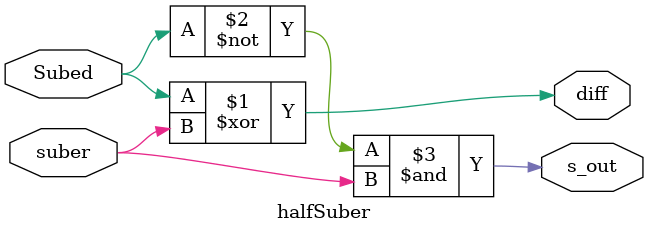
<source format=v>
module halfSuber (
    input wire Subed,  //被减数
    input wire suber,  //减数

    output wire diff,  //减法差值输出
    output wire s_out //减法借位标志输出
);

    
    assign diff = Subed ^ suber;
    assign s_out = (~Subed) & suber;
    
endmodule
</source>
